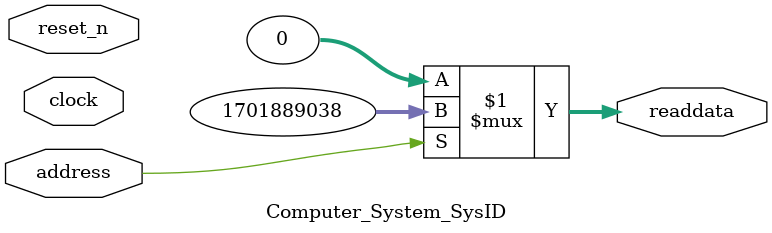
<source format=v>



// synthesis translate_off
`timescale 1ns / 1ps
// synthesis translate_on

// turn off superfluous verilog processor warnings 
// altera message_level Level1 
// altera message_off 10034 10035 10036 10037 10230 10240 10030 

module Computer_System_SysID (
               // inputs:
                address,
                clock,
                reset_n,

               // outputs:
                readdata
             )
;

  output  [ 31: 0] readdata;
  input            address;
  input            clock;
  input            reset_n;

  wire    [ 31: 0] readdata;
  //control_slave, which is an e_avalon_slave
  assign readdata = address ? 1701889038 : 0;

endmodule



</source>
